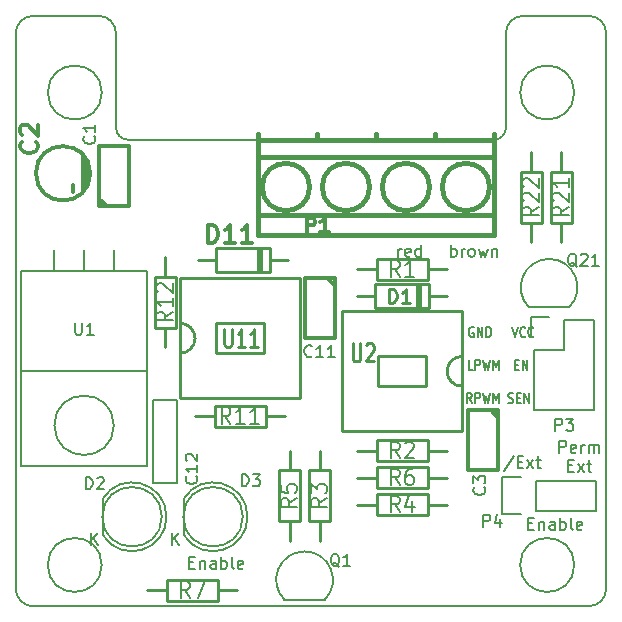
<source format=gto>
G04 #@! TF.FileFunction,Legend,Top*
%FSLAX46Y46*%
G04 Gerber Fmt 4.6, Leading zero omitted, Abs format (unit mm)*
G04 Created by KiCad (PCBNEW 4.0.2+dfsg1-stable) date Di 24 Jul 2018 16:47:43 CEST*
%MOMM*%
G01*
G04 APERTURE LIST*
%ADD10C,0.100000*%
%ADD11C,0.150000*%
%ADD12C,0.200000*%
%ADD13C,0.254000*%
%ADD14C,0.381000*%
%ADD15C,0.304800*%
%ADD16C,0.300000*%
%ADD17C,0.285750*%
%ADD18C,0.287020*%
%ADD19C,0.203200*%
%ADD20C,0.250000*%
G04 APERTURE END LIST*
D10*
D11*
X159223334Y-120207000D02*
X159156668Y-120164619D01*
X159056668Y-120164619D01*
X158956668Y-120207000D01*
X158890001Y-120291762D01*
X158856668Y-120376524D01*
X158823334Y-120546048D01*
X158823334Y-120673190D01*
X158856668Y-120842714D01*
X158890001Y-120927476D01*
X158956668Y-121012238D01*
X159056668Y-121054619D01*
X159123334Y-121054619D01*
X159223334Y-121012238D01*
X159256668Y-120969857D01*
X159256668Y-120673190D01*
X159123334Y-120673190D01*
X159556668Y-121054619D02*
X159556668Y-120164619D01*
X159956668Y-121054619D01*
X159956668Y-120164619D01*
X160290001Y-121054619D02*
X160290001Y-120164619D01*
X160456667Y-120164619D01*
X160556667Y-120207000D01*
X160623334Y-120291762D01*
X160656667Y-120376524D01*
X160690001Y-120546048D01*
X160690001Y-120673190D01*
X160656667Y-120842714D01*
X160623334Y-120927476D01*
X160556667Y-121012238D01*
X160456667Y-121054619D01*
X160290001Y-121054619D01*
X162490000Y-120164619D02*
X162723333Y-121054619D01*
X162956666Y-120164619D01*
X163590000Y-120969857D02*
X163556666Y-121012238D01*
X163456666Y-121054619D01*
X163390000Y-121054619D01*
X163290000Y-121012238D01*
X163223333Y-120927476D01*
X163190000Y-120842714D01*
X163156666Y-120673190D01*
X163156666Y-120546048D01*
X163190000Y-120376524D01*
X163223333Y-120291762D01*
X163290000Y-120207000D01*
X163390000Y-120164619D01*
X163456666Y-120164619D01*
X163556666Y-120207000D01*
X163590000Y-120249381D01*
X164290000Y-120969857D02*
X164256666Y-121012238D01*
X164156666Y-121054619D01*
X164090000Y-121054619D01*
X163990000Y-121012238D01*
X163923333Y-120927476D01*
X163890000Y-120842714D01*
X163856666Y-120673190D01*
X163856666Y-120546048D01*
X163890000Y-120376524D01*
X163923333Y-120291762D01*
X163990000Y-120207000D01*
X164090000Y-120164619D01*
X164156666Y-120164619D01*
X164256666Y-120207000D01*
X164290000Y-120249381D01*
X159140001Y-123846619D02*
X158806668Y-123846619D01*
X158806668Y-122956619D01*
X159373335Y-123846619D02*
X159373335Y-122956619D01*
X159640001Y-122956619D01*
X159706668Y-122999000D01*
X159740001Y-123041381D01*
X159773335Y-123126143D01*
X159773335Y-123253286D01*
X159740001Y-123338048D01*
X159706668Y-123380429D01*
X159640001Y-123422810D01*
X159373335Y-123422810D01*
X160006668Y-122956619D02*
X160173335Y-123846619D01*
X160306668Y-123210905D01*
X160440001Y-123846619D01*
X160606668Y-122956619D01*
X160873335Y-123846619D02*
X160873335Y-122956619D01*
X161106668Y-123592333D01*
X161340001Y-122956619D01*
X161340001Y-123846619D01*
X162740001Y-123380429D02*
X162973334Y-123380429D01*
X163073334Y-123846619D02*
X162740001Y-123846619D01*
X162740001Y-122956619D01*
X163073334Y-122956619D01*
X163373334Y-123846619D02*
X163373334Y-122956619D01*
X163773334Y-123846619D01*
X163773334Y-122956619D01*
X159073334Y-126638619D02*
X158840000Y-126214810D01*
X158673334Y-126638619D02*
X158673334Y-125748619D01*
X158940000Y-125748619D01*
X159006667Y-125791000D01*
X159040000Y-125833381D01*
X159073334Y-125918143D01*
X159073334Y-126045286D01*
X159040000Y-126130048D01*
X159006667Y-126172429D01*
X158940000Y-126214810D01*
X158673334Y-126214810D01*
X159373334Y-126638619D02*
X159373334Y-125748619D01*
X159640000Y-125748619D01*
X159706667Y-125791000D01*
X159740000Y-125833381D01*
X159773334Y-125918143D01*
X159773334Y-126045286D01*
X159740000Y-126130048D01*
X159706667Y-126172429D01*
X159640000Y-126214810D01*
X159373334Y-126214810D01*
X160006667Y-125748619D02*
X160173334Y-126638619D01*
X160306667Y-126002905D01*
X160440000Y-126638619D01*
X160606667Y-125748619D01*
X160873334Y-126638619D02*
X160873334Y-125748619D01*
X161106667Y-126384333D01*
X161340000Y-125748619D01*
X161340000Y-126638619D01*
X162173333Y-126596238D02*
X162273333Y-126638619D01*
X162440000Y-126638619D01*
X162506667Y-126596238D01*
X162540000Y-126553857D01*
X162573333Y-126469095D01*
X162573333Y-126384333D01*
X162540000Y-126299571D01*
X162506667Y-126257190D01*
X162440000Y-126214810D01*
X162306667Y-126172429D01*
X162240000Y-126130048D01*
X162206667Y-126087667D01*
X162173333Y-126002905D01*
X162173333Y-125918143D01*
X162206667Y-125833381D01*
X162240000Y-125791000D01*
X162306667Y-125748619D01*
X162473333Y-125748619D01*
X162573333Y-125791000D01*
X162873334Y-126172429D02*
X163106667Y-126172429D01*
X163206667Y-126638619D02*
X162873334Y-126638619D01*
X162873334Y-125748619D01*
X163206667Y-125748619D01*
X163506667Y-126638619D02*
X163506667Y-125748619D01*
X163906667Y-126638619D01*
X163906667Y-125748619D01*
D12*
X135152095Y-140136571D02*
X135485429Y-140136571D01*
X135628286Y-140660381D02*
X135152095Y-140660381D01*
X135152095Y-139660381D01*
X135628286Y-139660381D01*
X136056857Y-139993714D02*
X136056857Y-140660381D01*
X136056857Y-140088952D02*
X136104476Y-140041333D01*
X136199714Y-139993714D01*
X136342572Y-139993714D01*
X136437810Y-140041333D01*
X136485429Y-140136571D01*
X136485429Y-140660381D01*
X137390191Y-140660381D02*
X137390191Y-140136571D01*
X137342572Y-140041333D01*
X137247334Y-139993714D01*
X137056857Y-139993714D01*
X136961619Y-140041333D01*
X137390191Y-140612762D02*
X137294953Y-140660381D01*
X137056857Y-140660381D01*
X136961619Y-140612762D01*
X136914000Y-140517524D01*
X136914000Y-140422286D01*
X136961619Y-140327048D01*
X137056857Y-140279429D01*
X137294953Y-140279429D01*
X137390191Y-140231810D01*
X137866381Y-140660381D02*
X137866381Y-139660381D01*
X137866381Y-140041333D02*
X137961619Y-139993714D01*
X138152096Y-139993714D01*
X138247334Y-140041333D01*
X138294953Y-140088952D01*
X138342572Y-140184190D01*
X138342572Y-140469905D01*
X138294953Y-140565143D01*
X138247334Y-140612762D01*
X138152096Y-140660381D01*
X137961619Y-140660381D01*
X137866381Y-140612762D01*
X138914000Y-140660381D02*
X138818762Y-140612762D01*
X138771143Y-140517524D01*
X138771143Y-139660381D01*
X139675906Y-140612762D02*
X139580668Y-140660381D01*
X139390191Y-140660381D01*
X139294953Y-140612762D01*
X139247334Y-140517524D01*
X139247334Y-140136571D01*
X139294953Y-140041333D01*
X139390191Y-139993714D01*
X139580668Y-139993714D01*
X139675906Y-140041333D01*
X139723525Y-140136571D01*
X139723525Y-140231810D01*
X139247334Y-140327048D01*
X157305619Y-114244381D02*
X157305619Y-113244381D01*
X157305619Y-113625333D02*
X157400857Y-113577714D01*
X157591334Y-113577714D01*
X157686572Y-113625333D01*
X157734191Y-113672952D01*
X157781810Y-113768190D01*
X157781810Y-114053905D01*
X157734191Y-114149143D01*
X157686572Y-114196762D01*
X157591334Y-114244381D01*
X157400857Y-114244381D01*
X157305619Y-114196762D01*
X158210381Y-114244381D02*
X158210381Y-113577714D01*
X158210381Y-113768190D02*
X158258000Y-113672952D01*
X158305619Y-113625333D01*
X158400857Y-113577714D01*
X158496096Y-113577714D01*
X158972286Y-114244381D02*
X158877048Y-114196762D01*
X158829429Y-114149143D01*
X158781810Y-114053905D01*
X158781810Y-113768190D01*
X158829429Y-113672952D01*
X158877048Y-113625333D01*
X158972286Y-113577714D01*
X159115144Y-113577714D01*
X159210382Y-113625333D01*
X159258001Y-113672952D01*
X159305620Y-113768190D01*
X159305620Y-114053905D01*
X159258001Y-114149143D01*
X159210382Y-114196762D01*
X159115144Y-114244381D01*
X158972286Y-114244381D01*
X159638953Y-113577714D02*
X159829429Y-114244381D01*
X160019906Y-113768190D01*
X160210382Y-114244381D01*
X160400858Y-113577714D01*
X160781810Y-113577714D02*
X160781810Y-114244381D01*
X160781810Y-113672952D02*
X160829429Y-113625333D01*
X160924667Y-113577714D01*
X161067525Y-113577714D01*
X161162763Y-113625333D01*
X161210382Y-113720571D01*
X161210382Y-114244381D01*
X162607714Y-131103762D02*
X161750571Y-132389476D01*
X162941047Y-131627571D02*
X163274381Y-131627571D01*
X163417238Y-132151381D02*
X162941047Y-132151381D01*
X162941047Y-131151381D01*
X163417238Y-131151381D01*
X163750571Y-132151381D02*
X164274381Y-131484714D01*
X163750571Y-131484714D02*
X164274381Y-132151381D01*
X164512476Y-131484714D02*
X164893428Y-131484714D01*
X164655333Y-131151381D02*
X164655333Y-132008524D01*
X164702952Y-132103762D01*
X164798190Y-132151381D01*
X164893428Y-132151381D01*
X166481333Y-130843381D02*
X166481333Y-129843381D01*
X166862286Y-129843381D01*
X166957524Y-129891000D01*
X167005143Y-129938619D01*
X167052762Y-130033857D01*
X167052762Y-130176714D01*
X167005143Y-130271952D01*
X166957524Y-130319571D01*
X166862286Y-130367190D01*
X166481333Y-130367190D01*
X167862286Y-130795762D02*
X167767048Y-130843381D01*
X167576571Y-130843381D01*
X167481333Y-130795762D01*
X167433714Y-130700524D01*
X167433714Y-130319571D01*
X167481333Y-130224333D01*
X167576571Y-130176714D01*
X167767048Y-130176714D01*
X167862286Y-130224333D01*
X167909905Y-130319571D01*
X167909905Y-130414810D01*
X167433714Y-130510048D01*
X168338476Y-130843381D02*
X168338476Y-130176714D01*
X168338476Y-130367190D02*
X168386095Y-130271952D01*
X168433714Y-130224333D01*
X168528952Y-130176714D01*
X168624191Y-130176714D01*
X168957524Y-130843381D02*
X168957524Y-130176714D01*
X168957524Y-130271952D02*
X169005143Y-130224333D01*
X169100381Y-130176714D01*
X169243239Y-130176714D01*
X169338477Y-130224333D01*
X169386096Y-130319571D01*
X169386096Y-130843381D01*
X169386096Y-130319571D02*
X169433715Y-130224333D01*
X169528953Y-130176714D01*
X169671810Y-130176714D01*
X169767048Y-130224333D01*
X169814667Y-130319571D01*
X169814667Y-130843381D01*
X167243238Y-131919571D02*
X167576572Y-131919571D01*
X167719429Y-132443381D02*
X167243238Y-132443381D01*
X167243238Y-131443381D01*
X167719429Y-131443381D01*
X168052762Y-132443381D02*
X168576572Y-131776714D01*
X168052762Y-131776714D02*
X168576572Y-132443381D01*
X168814667Y-131776714D02*
X169195619Y-131776714D01*
X168957524Y-131443381D02*
X168957524Y-132300524D01*
X169005143Y-132395762D01*
X169100381Y-132443381D01*
X169195619Y-132443381D01*
X163854095Y-136834571D02*
X164187429Y-136834571D01*
X164330286Y-137358381D02*
X163854095Y-137358381D01*
X163854095Y-136358381D01*
X164330286Y-136358381D01*
X164758857Y-136691714D02*
X164758857Y-137358381D01*
X164758857Y-136786952D02*
X164806476Y-136739333D01*
X164901714Y-136691714D01*
X165044572Y-136691714D01*
X165139810Y-136739333D01*
X165187429Y-136834571D01*
X165187429Y-137358381D01*
X166092191Y-137358381D02*
X166092191Y-136834571D01*
X166044572Y-136739333D01*
X165949334Y-136691714D01*
X165758857Y-136691714D01*
X165663619Y-136739333D01*
X166092191Y-137310762D02*
X165996953Y-137358381D01*
X165758857Y-137358381D01*
X165663619Y-137310762D01*
X165616000Y-137215524D01*
X165616000Y-137120286D01*
X165663619Y-137025048D01*
X165758857Y-136977429D01*
X165996953Y-136977429D01*
X166092191Y-136929810D01*
X166568381Y-137358381D02*
X166568381Y-136358381D01*
X166568381Y-136739333D02*
X166663619Y-136691714D01*
X166854096Y-136691714D01*
X166949334Y-136739333D01*
X166996953Y-136786952D01*
X167044572Y-136882190D01*
X167044572Y-137167905D01*
X166996953Y-137263143D01*
X166949334Y-137310762D01*
X166854096Y-137358381D01*
X166663619Y-137358381D01*
X166568381Y-137310762D01*
X167616000Y-137358381D02*
X167520762Y-137310762D01*
X167473143Y-137215524D01*
X167473143Y-136358381D01*
X168377906Y-137310762D02*
X168282668Y-137358381D01*
X168092191Y-137358381D01*
X167996953Y-137310762D01*
X167949334Y-137215524D01*
X167949334Y-136834571D01*
X167996953Y-136739333D01*
X168092191Y-136691714D01*
X168282668Y-136691714D01*
X168377906Y-136739333D01*
X168425525Y-136834571D01*
X168425525Y-136929810D01*
X167949334Y-137025048D01*
X152844619Y-114244381D02*
X152844619Y-113577714D01*
X152844619Y-113768190D02*
X152892238Y-113672952D01*
X152939857Y-113625333D01*
X153035095Y-113577714D01*
X153130334Y-113577714D01*
X153844620Y-114196762D02*
X153749382Y-114244381D01*
X153558905Y-114244381D01*
X153463667Y-114196762D01*
X153416048Y-114101524D01*
X153416048Y-113720571D01*
X153463667Y-113625333D01*
X153558905Y-113577714D01*
X153749382Y-113577714D01*
X153844620Y-113625333D01*
X153892239Y-113720571D01*
X153892239Y-113815810D01*
X153416048Y-113911048D01*
X154749382Y-114244381D02*
X154749382Y-113244381D01*
X154749382Y-114196762D02*
X154654144Y-114244381D01*
X154463667Y-114244381D01*
X154368429Y-114196762D01*
X154320810Y-114149143D01*
X154273191Y-114053905D01*
X154273191Y-113768190D01*
X154320810Y-113672952D01*
X154368429Y-113625333D01*
X154463667Y-113577714D01*
X154654144Y-113577714D01*
X154749382Y-113625333D01*
D11*
X161950000Y-95350000D02*
X161950000Y-103350000D01*
X168950000Y-93850000D02*
X163450000Y-93850000D01*
X127450000Y-93850000D02*
X121950000Y-93850000D01*
X128950000Y-103350000D02*
X128950000Y-95350000D01*
X160950000Y-104350000D02*
X129950000Y-104350000D01*
X160950000Y-104350000D02*
G75*
G03X161950000Y-103350000I0J1000000D01*
G01*
X128950000Y-103350000D02*
G75*
G03X129950000Y-104350000I1000000J0D01*
G01*
X128950000Y-95350000D02*
G75*
G03X127450000Y-93850000I-1500000J0D01*
G01*
X163450000Y-93850000D02*
G75*
G03X161950000Y-95350000I0J-1500000D01*
G01*
X120450000Y-95350000D02*
X120450000Y-142350000D01*
X170450000Y-142350000D02*
X170450000Y-95350000D01*
X120450000Y-142350000D02*
G75*
G03X121950000Y-143850000I1500000J0D01*
G01*
X168950000Y-143850000D02*
G75*
G03X170450000Y-142350000I0J1500000D01*
G01*
X121950000Y-93850000D02*
G75*
G03X120450000Y-95350000I0J-1500000D01*
G01*
X170450000Y-95350000D02*
G75*
G03X168950000Y-93850000I-1500000J0D01*
G01*
X168950000Y-143850000D02*
X121950000Y-143850000D01*
D13*
X151130000Y-122682000D02*
X155194000Y-122682000D01*
X155194000Y-125222000D02*
X151130000Y-125222000D01*
X148082000Y-118872000D02*
X158242000Y-118872000D01*
X148082000Y-129032000D02*
X158242000Y-129032000D01*
X156972000Y-123952000D02*
G75*
G03X158242000Y-125222000I1270000J0D01*
G01*
X158242000Y-122682000D02*
G75*
G03X156972000Y-123952000I0J-1270000D01*
G01*
X155194000Y-125222000D02*
X155194000Y-122682000D01*
X151130000Y-122682000D02*
X151130000Y-125222000D01*
X148082000Y-129032000D02*
X148082000Y-118872000D01*
X158242000Y-118872000D02*
X158242000Y-129032000D01*
D14*
X145950000Y-104350000D02*
X145950000Y-103850000D01*
X145330000Y-108350000D02*
G75*
G03X145330000Y-108350000I-2000000J0D01*
G01*
X150410000Y-108350000D02*
G75*
G03X150410000Y-108350000I-2000000J0D01*
G01*
X150950000Y-104350000D02*
X150950000Y-103850000D01*
X155950000Y-104350000D02*
X155950000Y-103850000D01*
X155490000Y-108350000D02*
G75*
G03X155490000Y-108350000I-2000000J0D01*
G01*
X160570000Y-108350000D02*
G75*
G03X160570000Y-108350000I-2000000J0D01*
G01*
X160950000Y-105850000D02*
X140950000Y-105850000D01*
X160950000Y-110750000D02*
X140950000Y-110750000D01*
X160950000Y-104350000D02*
X140950000Y-104350000D01*
X140950000Y-103850000D02*
X140950000Y-112450000D01*
X140950000Y-112450000D02*
X160950000Y-112450000D01*
X160950000Y-112450000D02*
X160950000Y-103850000D01*
D11*
X127736000Y-140350000D02*
G75*
G03X127736000Y-140350000I-2286000J0D01*
G01*
X167736000Y-140350000D02*
G75*
G03X167736000Y-140350000I-2286000J0D01*
G01*
X127736000Y-100350000D02*
G75*
G03X127736000Y-100350000I-2286000J0D01*
G01*
X167736000Y-100350000D02*
G75*
G03X167736000Y-100350000I-2286000J0D01*
G01*
D15*
X127508000Y-109931200D02*
X127508000Y-104902000D01*
X127508000Y-104902000D02*
X130048000Y-104902000D01*
X130048000Y-104902000D02*
X130048000Y-109982000D01*
X130048000Y-109982000D02*
X127508000Y-109982000D01*
X128143000Y-109982000D02*
X127508000Y-109347000D01*
X161290000Y-127304800D02*
X161290000Y-132334000D01*
X161290000Y-132334000D02*
X158750000Y-132334000D01*
X158750000Y-132334000D02*
X158750000Y-127254000D01*
X158750000Y-127254000D02*
X161290000Y-127254000D01*
X160655000Y-127254000D02*
X161290000Y-127889000D01*
X126560000Y-106488000D02*
X126560000Y-107888000D01*
X126360000Y-105988000D02*
X126360000Y-108388000D01*
X126160000Y-105688000D02*
X126160000Y-108688000D01*
D16*
X125260000Y-108188000D02*
X125260000Y-108788000D01*
D15*
X126760000Y-107188000D02*
G75*
G03X126760000Y-107188000I-2300000J0D01*
G01*
D13*
X154686000Y-118618000D02*
X154686000Y-116586000D01*
X154432000Y-116586000D02*
X154432000Y-118618000D01*
X156972000Y-117602000D02*
X155448000Y-117602000D01*
X150876000Y-117602000D02*
X149352000Y-117602000D01*
X150876000Y-116586000D02*
X155448000Y-116586000D01*
X155448000Y-116586000D02*
X155448000Y-118618000D01*
X155448000Y-118618000D02*
X150876000Y-118618000D01*
X150876000Y-118618000D02*
X150876000Y-116586000D01*
D11*
X164338000Y-122174000D02*
X164338000Y-127254000D01*
X164058000Y-119354000D02*
X165608000Y-119354000D01*
X166878000Y-119634000D02*
X166878000Y-122174000D01*
X166878000Y-122174000D02*
X164338000Y-122174000D01*
X164338000Y-127254000D02*
X169418000Y-127254000D01*
X169418000Y-127254000D02*
X169418000Y-122174000D01*
X164058000Y-119354000D02*
X164058000Y-120904000D01*
X169418000Y-119634000D02*
X166878000Y-119634000D01*
X169418000Y-122174000D02*
X169418000Y-119634000D01*
X164465000Y-135763000D02*
X169545000Y-135763000D01*
X169545000Y-135763000D02*
X169545000Y-133223000D01*
X169545000Y-133223000D02*
X164465000Y-133223000D01*
X161645000Y-132943000D02*
X163195000Y-132943000D01*
X164465000Y-133223000D02*
X164465000Y-135763000D01*
X163195000Y-136043000D02*
X161645000Y-136043000D01*
X161645000Y-136043000D02*
X161645000Y-132943000D01*
X143207000Y-143305000D02*
X146607000Y-143305000D01*
X143209944Y-143302056D02*
G75*
G02X144907000Y-139205000I1697056J1697056D01*
G01*
X146604056Y-143302056D02*
G75*
G03X144907000Y-139205000I-1697056J1697056D01*
G01*
D13*
X146177000Y-132334000D02*
X146177000Y-130683000D01*
X146177000Y-136652000D02*
X146177000Y-138303000D01*
X145288000Y-136652000D02*
X147066000Y-136652000D01*
X147066000Y-136652000D02*
X147066000Y-132334000D01*
X147066000Y-132334000D02*
X145288000Y-132334000D01*
X145288000Y-132334000D02*
X145288000Y-136652000D01*
X151003000Y-135255000D02*
X149352000Y-135255000D01*
X155321000Y-135255000D02*
X156972000Y-135255000D01*
X155321000Y-136144000D02*
X155321000Y-134366000D01*
X155321000Y-134366000D02*
X151003000Y-134366000D01*
X151003000Y-134366000D02*
X151003000Y-136144000D01*
X151003000Y-136144000D02*
X155321000Y-136144000D01*
X151003000Y-130683000D02*
X149352000Y-130683000D01*
X155321000Y-130683000D02*
X156972000Y-130683000D01*
X155321000Y-131572000D02*
X155321000Y-129794000D01*
X155321000Y-129794000D02*
X151003000Y-129794000D01*
X151003000Y-129794000D02*
X151003000Y-131572000D01*
X151003000Y-131572000D02*
X155321000Y-131572000D01*
X151003000Y-132969000D02*
X149352000Y-132969000D01*
X155321000Y-132969000D02*
X156972000Y-132969000D01*
X155321000Y-133858000D02*
X155321000Y-132080000D01*
X155321000Y-132080000D02*
X151003000Y-132080000D01*
X151003000Y-132080000D02*
X151003000Y-133858000D01*
X151003000Y-133858000D02*
X155321000Y-133858000D01*
D11*
X128752472Y-128524000D02*
G75*
G03X128752472Y-128524000I-2514472J0D01*
G01*
X128778000Y-115443000D02*
X128778000Y-113665000D01*
X126238000Y-115443000D02*
X126238000Y-113665000D01*
X123698000Y-115443000D02*
X123698000Y-113665000D01*
X120904000Y-123952000D02*
X120904000Y-131953000D01*
X120904000Y-131953000D02*
X131572000Y-131953000D01*
X131572000Y-131953000D02*
X131572000Y-123952000D01*
X120904000Y-115443000D02*
X120904000Y-123952000D01*
X120904000Y-123952000D02*
X131572000Y-123952000D01*
X131572000Y-123952000D02*
X131572000Y-115443000D01*
X126238000Y-115443000D02*
X131572000Y-115443000D01*
X126238000Y-115443000D02*
X120904000Y-115443000D01*
X127817112Y-137795904D02*
G75*
G03X127802000Y-134771000I2484888J1524904D01*
G01*
X127802000Y-137771000D02*
X127802000Y-134771000D01*
X132819936Y-136271000D02*
G75*
G03X132819936Y-136271000I-2517936J0D01*
G01*
D13*
X137541000Y-142494000D02*
X139192000Y-142494000D01*
X133223000Y-142494000D02*
X131572000Y-142494000D01*
X133223000Y-141605000D02*
X133223000Y-143383000D01*
X133223000Y-143383000D02*
X137541000Y-143383000D01*
X137541000Y-143383000D02*
X137541000Y-141605000D01*
X137541000Y-141605000D02*
X133223000Y-141605000D01*
X151003000Y-115316000D02*
X149352000Y-115316000D01*
X155321000Y-115316000D02*
X156972000Y-115316000D01*
X155321000Y-116205000D02*
X155321000Y-114427000D01*
X155321000Y-114427000D02*
X151003000Y-114427000D01*
X151003000Y-114427000D02*
X151003000Y-116205000D01*
X151003000Y-116205000D02*
X155321000Y-116205000D01*
D15*
X147447000Y-116128800D02*
X147447000Y-121158000D01*
X147447000Y-121158000D02*
X144907000Y-121158000D01*
X144907000Y-121158000D02*
X144907000Y-116078000D01*
X144907000Y-116078000D02*
X147447000Y-116078000D01*
X146812000Y-116078000D02*
X147447000Y-116713000D01*
D13*
X133096000Y-115951000D02*
X133096000Y-114300000D01*
X133096000Y-120269000D02*
X133096000Y-121920000D01*
X132207000Y-120269000D02*
X133985000Y-120269000D01*
X133985000Y-120269000D02*
X133985000Y-115951000D01*
X133985000Y-115951000D02*
X132207000Y-115951000D01*
X132207000Y-115951000D02*
X132207000Y-120269000D01*
D11*
X134675112Y-137795904D02*
G75*
G03X134660000Y-134771000I2484888J1524904D01*
G01*
X134660000Y-137771000D02*
X134660000Y-134771000D01*
X139677936Y-136271000D02*
G75*
G03X139677936Y-136271000I-2517936J0D01*
G01*
D13*
X141224000Y-115570000D02*
X141224000Y-113538000D01*
X140970000Y-113538000D02*
X140970000Y-115570000D01*
X143510000Y-114554000D02*
X141986000Y-114554000D01*
X137414000Y-114554000D02*
X135890000Y-114554000D01*
X137414000Y-113538000D02*
X141986000Y-113538000D01*
X141986000Y-113538000D02*
X141986000Y-115570000D01*
X141986000Y-115570000D02*
X137414000Y-115570000D01*
X137414000Y-115570000D02*
X137414000Y-113538000D01*
X137287000Y-127762000D02*
X135636000Y-127762000D01*
X141605000Y-127762000D02*
X143256000Y-127762000D01*
X141605000Y-128651000D02*
X141605000Y-126873000D01*
X141605000Y-126873000D02*
X137287000Y-126873000D01*
X137287000Y-126873000D02*
X137287000Y-128651000D01*
X137287000Y-128651000D02*
X141605000Y-128651000D01*
X141478000Y-122428000D02*
X137414000Y-122428000D01*
X137414000Y-119888000D02*
X141478000Y-119888000D01*
X144526000Y-126238000D02*
X134366000Y-126238000D01*
X144526000Y-116078000D02*
X134366000Y-116078000D01*
X135636000Y-121158000D02*
G75*
G03X134366000Y-119888000I-1270000J0D01*
G01*
X134366000Y-122428000D02*
G75*
G03X135636000Y-121158000I0J1270000D01*
G01*
X137414000Y-119888000D02*
X137414000Y-122428000D01*
X141478000Y-122428000D02*
X141478000Y-119888000D01*
X144526000Y-116078000D02*
X144526000Y-126238000D01*
X134366000Y-126238000D02*
X134366000Y-116078000D01*
D11*
X134096000Y-126381000D02*
X134096000Y-133381000D01*
X134096000Y-133381000D02*
X132096000Y-133381000D01*
X132096000Y-133381000D02*
X132096000Y-126381000D01*
X132096000Y-126381000D02*
X134096000Y-126381000D01*
X163908000Y-118540000D02*
X167308000Y-118540000D01*
X163910944Y-118537056D02*
G75*
G02X165608000Y-114440000I1697056J1697056D01*
G01*
X167305056Y-118537056D02*
G75*
G03X165608000Y-114440000I-1697056J1697056D01*
G01*
D13*
X166624000Y-107061000D02*
X166624000Y-105410000D01*
X166624000Y-111379000D02*
X166624000Y-113030000D01*
X165735000Y-111379000D02*
X167513000Y-111379000D01*
X167513000Y-111379000D02*
X167513000Y-107061000D01*
X167513000Y-107061000D02*
X165735000Y-107061000D01*
X165735000Y-107061000D02*
X165735000Y-111379000D01*
X164084000Y-111379000D02*
X164084000Y-113030000D01*
X164084000Y-107061000D02*
X164084000Y-105410000D01*
X164973000Y-107061000D02*
X163195000Y-107061000D01*
X163195000Y-107061000D02*
X163195000Y-111379000D01*
X163195000Y-111379000D02*
X164973000Y-111379000D01*
X164973000Y-111379000D02*
X164973000Y-107061000D01*
X143637000Y-136652000D02*
X143637000Y-138303000D01*
X143637000Y-132334000D02*
X143637000Y-130683000D01*
X144526000Y-132334000D02*
X142748000Y-132334000D01*
X142748000Y-132334000D02*
X142748000Y-136652000D01*
X142748000Y-136652000D02*
X144526000Y-136652000D01*
X144526000Y-136652000D02*
X144526000Y-132334000D01*
D17*
X148989143Y-121593429D02*
X148989143Y-122827143D01*
X149043571Y-122972286D01*
X149098000Y-123044857D01*
X149206857Y-123117429D01*
X149424571Y-123117429D01*
X149533429Y-123044857D01*
X149587857Y-122972286D01*
X149642286Y-122827143D01*
X149642286Y-121593429D01*
X150132143Y-121738571D02*
X150186572Y-121666000D01*
X150295429Y-121593429D01*
X150567572Y-121593429D01*
X150676429Y-121666000D01*
X150730858Y-121738571D01*
X150785286Y-121883714D01*
X150785286Y-122028857D01*
X150730858Y-122246571D01*
X150077715Y-123117429D01*
X150785286Y-123117429D01*
D18*
D16*
X145111286Y-112167857D02*
X145111286Y-110967857D01*
X145568429Y-110967857D01*
X145682715Y-111025000D01*
X145739858Y-111082143D01*
X145797001Y-111196429D01*
X145797001Y-111367857D01*
X145739858Y-111482143D01*
X145682715Y-111539286D01*
X145568429Y-111596429D01*
X145111286Y-111596429D01*
X146939858Y-112167857D02*
X146254143Y-112167857D01*
X146597001Y-112167857D02*
X146597001Y-110967857D01*
X146482715Y-111139286D01*
X146368429Y-111253571D01*
X146254143Y-111310714D01*
D19*
X127108857Y-104055333D02*
X127157238Y-104103714D01*
X127205619Y-104248857D01*
X127205619Y-104345619D01*
X127157238Y-104490761D01*
X127060476Y-104587523D01*
X126963714Y-104635904D01*
X126770190Y-104684285D01*
X126625048Y-104684285D01*
X126431524Y-104635904D01*
X126334762Y-104587523D01*
X126238000Y-104490761D01*
X126189619Y-104345619D01*
X126189619Y-104248857D01*
X126238000Y-104103714D01*
X126286381Y-104055333D01*
X127205619Y-103087714D02*
X127205619Y-103668285D01*
X127205619Y-103377999D02*
X126189619Y-103377999D01*
X126334762Y-103474761D01*
X126431524Y-103571523D01*
X126479905Y-103668285D01*
X160128857Y-133773333D02*
X160177238Y-133821714D01*
X160225619Y-133966857D01*
X160225619Y-134063619D01*
X160177238Y-134208761D01*
X160080476Y-134305523D01*
X159983714Y-134353904D01*
X159790190Y-134402285D01*
X159645048Y-134402285D01*
X159451524Y-134353904D01*
X159354762Y-134305523D01*
X159258000Y-134208761D01*
X159209619Y-134063619D01*
X159209619Y-133966857D01*
X159258000Y-133821714D01*
X159306381Y-133773333D01*
X159209619Y-133434666D02*
X159209619Y-132805714D01*
X159596667Y-133144380D01*
X159596667Y-132999238D01*
X159645048Y-132902476D01*
X159693429Y-132854095D01*
X159790190Y-132805714D01*
X160032095Y-132805714D01*
X160128857Y-132854095D01*
X160177238Y-132902476D01*
X160225619Y-132999238D01*
X160225619Y-133289523D01*
X160177238Y-133386285D01*
X160128857Y-133434666D01*
D15*
X122210286Y-104521000D02*
X122282857Y-104593571D01*
X122355429Y-104811285D01*
X122355429Y-104956428D01*
X122282857Y-105174143D01*
X122137714Y-105319285D01*
X121992571Y-105391857D01*
X121702286Y-105464428D01*
X121484571Y-105464428D01*
X121194286Y-105391857D01*
X121049143Y-105319285D01*
X120904000Y-105174143D01*
X120831429Y-104956428D01*
X120831429Y-104811285D01*
X120904000Y-104593571D01*
X120976571Y-104521000D01*
X120976571Y-103940428D02*
X120904000Y-103867857D01*
X120831429Y-103722714D01*
X120831429Y-103359857D01*
X120904000Y-103214714D01*
X120976571Y-103142143D01*
X121121714Y-103069571D01*
X121266857Y-103069571D01*
X121484571Y-103142143D01*
X122355429Y-104013000D01*
X122355429Y-103069571D01*
D20*
X152022286Y-118144857D02*
X152022286Y-116944857D01*
X152308001Y-116944857D01*
X152479429Y-117002000D01*
X152593715Y-117116286D01*
X152650858Y-117230571D01*
X152708001Y-117459143D01*
X152708001Y-117630571D01*
X152650858Y-117859143D01*
X152593715Y-117973429D01*
X152479429Y-118087714D01*
X152308001Y-118144857D01*
X152022286Y-118144857D01*
X153850858Y-118144857D02*
X153165143Y-118144857D01*
X153508001Y-118144857D02*
X153508001Y-116944857D01*
X153393715Y-117116286D01*
X153279429Y-117230571D01*
X153165143Y-117287714D01*
D11*
X166139905Y-128976381D02*
X166139905Y-127976381D01*
X166520858Y-127976381D01*
X166616096Y-128024000D01*
X166663715Y-128071619D01*
X166711334Y-128166857D01*
X166711334Y-128309714D01*
X166663715Y-128404952D01*
X166616096Y-128452571D01*
X166520858Y-128500190D01*
X166139905Y-128500190D01*
X167044667Y-127976381D02*
X167663715Y-127976381D01*
X167330381Y-128357333D01*
X167473239Y-128357333D01*
X167568477Y-128404952D01*
X167616096Y-128452571D01*
X167663715Y-128547810D01*
X167663715Y-128785905D01*
X167616096Y-128881143D01*
X167568477Y-128928762D01*
X167473239Y-128976381D01*
X167187524Y-128976381D01*
X167092286Y-128928762D01*
X167044667Y-128881143D01*
X160043905Y-137104381D02*
X160043905Y-136104381D01*
X160424858Y-136104381D01*
X160520096Y-136152000D01*
X160567715Y-136199619D01*
X160615334Y-136294857D01*
X160615334Y-136437714D01*
X160567715Y-136532952D01*
X160520096Y-136580571D01*
X160424858Y-136628190D01*
X160043905Y-136628190D01*
X161472477Y-136437714D02*
X161472477Y-137104381D01*
X161234381Y-136056762D02*
X160996286Y-136771048D01*
X161615334Y-136771048D01*
X147859762Y-140501619D02*
X147764524Y-140454000D01*
X147669286Y-140358762D01*
X147526429Y-140215905D01*
X147431190Y-140168286D01*
X147335952Y-140168286D01*
X147383571Y-140406381D02*
X147288333Y-140358762D01*
X147193095Y-140263524D01*
X147145476Y-140073048D01*
X147145476Y-139739714D01*
X147193095Y-139549238D01*
X147288333Y-139454000D01*
X147383571Y-139406381D01*
X147574048Y-139406381D01*
X147669286Y-139454000D01*
X147764524Y-139549238D01*
X147812143Y-139739714D01*
X147812143Y-140073048D01*
X147764524Y-140263524D01*
X147669286Y-140358762D01*
X147574048Y-140406381D01*
X147383571Y-140406381D01*
X148764524Y-140406381D02*
X148193095Y-140406381D01*
X148478809Y-140406381D02*
X148478809Y-139406381D01*
X148383571Y-139549238D01*
X148288333Y-139644476D01*
X148193095Y-139692095D01*
D19*
X146808976Y-134704667D02*
X146143738Y-135128000D01*
X146808976Y-135430381D02*
X145411976Y-135430381D01*
X145411976Y-134946572D01*
X145478500Y-134825619D01*
X145545024Y-134765143D01*
X145678071Y-134704667D01*
X145877643Y-134704667D01*
X146010690Y-134765143D01*
X146077214Y-134825619D01*
X146143738Y-134946572D01*
X146143738Y-135430381D01*
X145411976Y-134281333D02*
X145411976Y-133495143D01*
X145944167Y-133918476D01*
X145944167Y-133737048D01*
X146010690Y-133616095D01*
X146077214Y-133555619D01*
X146210262Y-133495143D01*
X146542881Y-133495143D01*
X146675929Y-133555619D01*
X146742452Y-133616095D01*
X146808976Y-133737048D01*
X146808976Y-134099905D01*
X146742452Y-134220857D01*
X146675929Y-134281333D01*
X152950333Y-135886976D02*
X152527000Y-135221738D01*
X152224619Y-135886976D02*
X152224619Y-134489976D01*
X152708428Y-134489976D01*
X152829381Y-134556500D01*
X152889857Y-134623024D01*
X152950333Y-134756071D01*
X152950333Y-134955643D01*
X152889857Y-135088690D01*
X152829381Y-135155214D01*
X152708428Y-135221738D01*
X152224619Y-135221738D01*
X154038905Y-134955643D02*
X154038905Y-135886976D01*
X153736524Y-134423452D02*
X153434143Y-135421310D01*
X154220333Y-135421310D01*
X152950333Y-131314976D02*
X152527000Y-130649738D01*
X152224619Y-131314976D02*
X152224619Y-129917976D01*
X152708428Y-129917976D01*
X152829381Y-129984500D01*
X152889857Y-130051024D01*
X152950333Y-130184071D01*
X152950333Y-130383643D01*
X152889857Y-130516690D01*
X152829381Y-130583214D01*
X152708428Y-130649738D01*
X152224619Y-130649738D01*
X153434143Y-130051024D02*
X153494619Y-129984500D01*
X153615571Y-129917976D01*
X153917952Y-129917976D01*
X154038905Y-129984500D01*
X154099381Y-130051024D01*
X154159857Y-130184071D01*
X154159857Y-130317119D01*
X154099381Y-130516690D01*
X153373667Y-131314976D01*
X154159857Y-131314976D01*
X152950333Y-133600976D02*
X152527000Y-132935738D01*
X152224619Y-133600976D02*
X152224619Y-132203976D01*
X152708428Y-132203976D01*
X152829381Y-132270500D01*
X152889857Y-132337024D01*
X152950333Y-132470071D01*
X152950333Y-132669643D01*
X152889857Y-132802690D01*
X152829381Y-132869214D01*
X152708428Y-132935738D01*
X152224619Y-132935738D01*
X154038905Y-132203976D02*
X153797000Y-132203976D01*
X153676048Y-132270500D01*
X153615571Y-132337024D01*
X153494619Y-132536595D01*
X153434143Y-132802690D01*
X153434143Y-133334881D01*
X153494619Y-133467929D01*
X153555095Y-133534452D01*
X153676048Y-133600976D01*
X153917952Y-133600976D01*
X154038905Y-133534452D01*
X154099381Y-133467929D01*
X154159857Y-133334881D01*
X154159857Y-133002262D01*
X154099381Y-132869214D01*
X154038905Y-132802690D01*
X153917952Y-132736167D01*
X153676048Y-132736167D01*
X153555095Y-132802690D01*
X153494619Y-132869214D01*
X153434143Y-133002262D01*
D11*
X125476095Y-119848381D02*
X125476095Y-120657905D01*
X125523714Y-120753143D01*
X125571333Y-120800762D01*
X125666571Y-120848381D01*
X125857048Y-120848381D01*
X125952286Y-120800762D01*
X125999905Y-120753143D01*
X126047524Y-120657905D01*
X126047524Y-119848381D01*
X127047524Y-120848381D02*
X126476095Y-120848381D01*
X126761809Y-120848381D02*
X126761809Y-119848381D01*
X126666571Y-119991238D01*
X126571333Y-120086476D01*
X126476095Y-120134095D01*
X126388905Y-133929381D02*
X126388905Y-132929381D01*
X126627000Y-132929381D01*
X126769858Y-132977000D01*
X126865096Y-133072238D01*
X126912715Y-133167476D01*
X126960334Y-133357952D01*
X126960334Y-133500810D01*
X126912715Y-133691286D01*
X126865096Y-133786524D01*
X126769858Y-133881762D01*
X126627000Y-133929381D01*
X126388905Y-133929381D01*
X127341286Y-133024619D02*
X127388905Y-132977000D01*
X127484143Y-132929381D01*
X127722239Y-132929381D01*
X127817477Y-132977000D01*
X127865096Y-133024619D01*
X127912715Y-133119857D01*
X127912715Y-133215095D01*
X127865096Y-133357952D01*
X127293667Y-133929381D01*
X127912715Y-133929381D01*
X126865095Y-138628381D02*
X126865095Y-137628381D01*
X127436524Y-138628381D02*
X127007952Y-138056952D01*
X127436524Y-137628381D02*
X126865095Y-138199810D01*
D19*
X135170333Y-143125976D02*
X134747000Y-142460738D01*
X134444619Y-143125976D02*
X134444619Y-141728976D01*
X134928428Y-141728976D01*
X135049381Y-141795500D01*
X135109857Y-141862024D01*
X135170333Y-141995071D01*
X135170333Y-142194643D01*
X135109857Y-142327690D01*
X135049381Y-142394214D01*
X134928428Y-142460738D01*
X134444619Y-142460738D01*
X135593667Y-141728976D02*
X136440333Y-141728976D01*
X135896048Y-143125976D01*
X152950333Y-115947976D02*
X152527000Y-115282738D01*
X152224619Y-115947976D02*
X152224619Y-114550976D01*
X152708428Y-114550976D01*
X152829381Y-114617500D01*
X152889857Y-114684024D01*
X152950333Y-114817071D01*
X152950333Y-115016643D01*
X152889857Y-115149690D01*
X152829381Y-115216214D01*
X152708428Y-115282738D01*
X152224619Y-115282738D01*
X154159857Y-115947976D02*
X153434143Y-115947976D01*
X153797000Y-115947976D02*
X153797000Y-114550976D01*
X153676048Y-114750548D01*
X153555095Y-114883595D01*
X153434143Y-114950119D01*
X145523857Y-122663857D02*
X145475476Y-122712238D01*
X145330333Y-122760619D01*
X145233571Y-122760619D01*
X145088429Y-122712238D01*
X144991667Y-122615476D01*
X144943286Y-122518714D01*
X144894905Y-122325190D01*
X144894905Y-122180048D01*
X144943286Y-121986524D01*
X144991667Y-121889762D01*
X145088429Y-121793000D01*
X145233571Y-121744619D01*
X145330333Y-121744619D01*
X145475476Y-121793000D01*
X145523857Y-121841381D01*
X146491476Y-122760619D02*
X145910905Y-122760619D01*
X146201191Y-122760619D02*
X146201191Y-121744619D01*
X146104429Y-121889762D01*
X146007667Y-121986524D01*
X145910905Y-122034905D01*
X147459095Y-122760619D02*
X146878524Y-122760619D01*
X147168810Y-122760619D02*
X147168810Y-121744619D01*
X147072048Y-121889762D01*
X146975286Y-121986524D01*
X146878524Y-122034905D01*
X133727976Y-118926429D02*
X133062738Y-119349762D01*
X133727976Y-119652143D02*
X132330976Y-119652143D01*
X132330976Y-119168334D01*
X132397500Y-119047381D01*
X132464024Y-118986905D01*
X132597071Y-118926429D01*
X132796643Y-118926429D01*
X132929690Y-118986905D01*
X132996214Y-119047381D01*
X133062738Y-119168334D01*
X133062738Y-119652143D01*
X133727976Y-117716905D02*
X133727976Y-118442619D01*
X133727976Y-118079762D02*
X132330976Y-118079762D01*
X132530548Y-118200714D01*
X132663595Y-118321667D01*
X132730119Y-118442619D01*
X132464024Y-117233095D02*
X132397500Y-117172619D01*
X132330976Y-117051667D01*
X132330976Y-116749286D01*
X132397500Y-116628333D01*
X132464024Y-116567857D01*
X132597071Y-116507381D01*
X132730119Y-116507381D01*
X132929690Y-116567857D01*
X133727976Y-117293571D01*
X133727976Y-116507381D01*
D11*
X139596905Y-133675381D02*
X139596905Y-132675381D01*
X139835000Y-132675381D01*
X139977858Y-132723000D01*
X140073096Y-132818238D01*
X140120715Y-132913476D01*
X140168334Y-133103952D01*
X140168334Y-133246810D01*
X140120715Y-133437286D01*
X140073096Y-133532524D01*
X139977858Y-133627762D01*
X139835000Y-133675381D01*
X139596905Y-133675381D01*
X140501667Y-132675381D02*
X141120715Y-132675381D01*
X140787381Y-133056333D01*
X140930239Y-133056333D01*
X141025477Y-133103952D01*
X141073096Y-133151571D01*
X141120715Y-133246810D01*
X141120715Y-133484905D01*
X141073096Y-133580143D01*
X141025477Y-133627762D01*
X140930239Y-133675381D01*
X140644524Y-133675381D01*
X140549286Y-133627762D01*
X140501667Y-133580143D01*
X133723095Y-138628381D02*
X133723095Y-137628381D01*
X134294524Y-138628381D02*
X133865952Y-138056952D01*
X134294524Y-137628381D02*
X133723095Y-138199810D01*
D15*
X136706428Y-113084429D02*
X136706428Y-111560429D01*
X137069285Y-111560429D01*
X137287000Y-111633000D01*
X137432142Y-111778143D01*
X137504714Y-111923286D01*
X137577285Y-112213571D01*
X137577285Y-112431286D01*
X137504714Y-112721571D01*
X137432142Y-112866714D01*
X137287000Y-113011857D01*
X137069285Y-113084429D01*
X136706428Y-113084429D01*
X139028714Y-113084429D02*
X138157857Y-113084429D01*
X138593285Y-113084429D02*
X138593285Y-111560429D01*
X138448142Y-111778143D01*
X138303000Y-111923286D01*
X138157857Y-111995857D01*
X140480143Y-113084429D02*
X139609286Y-113084429D01*
X140044714Y-113084429D02*
X140044714Y-111560429D01*
X139899571Y-111778143D01*
X139754429Y-111923286D01*
X139609286Y-111995857D01*
D19*
X138629571Y-128393976D02*
X138206238Y-127728738D01*
X137903857Y-128393976D02*
X137903857Y-126996976D01*
X138387666Y-126996976D01*
X138508619Y-127063500D01*
X138569095Y-127130024D01*
X138629571Y-127263071D01*
X138629571Y-127462643D01*
X138569095Y-127595690D01*
X138508619Y-127662214D01*
X138387666Y-127728738D01*
X137903857Y-127728738D01*
X139839095Y-128393976D02*
X139113381Y-128393976D01*
X139476238Y-128393976D02*
X139476238Y-126996976D01*
X139355286Y-127196548D01*
X139234333Y-127329595D01*
X139113381Y-127396119D01*
X141048619Y-128393976D02*
X140322905Y-128393976D01*
X140685762Y-128393976D02*
X140685762Y-126996976D01*
X140564810Y-127196548D01*
X140443857Y-127329595D01*
X140322905Y-127396119D01*
D17*
X138094358Y-120386929D02*
X138094358Y-121620643D01*
X138148786Y-121765786D01*
X138203215Y-121838357D01*
X138312072Y-121910929D01*
X138529786Y-121910929D01*
X138638644Y-121838357D01*
X138693072Y-121765786D01*
X138747501Y-121620643D01*
X138747501Y-120386929D01*
X139890501Y-121910929D02*
X139237358Y-121910929D01*
X139563930Y-121910929D02*
X139563930Y-120386929D01*
X139455073Y-120604643D01*
X139346215Y-120749786D01*
X139237358Y-120822357D01*
X140979072Y-121910929D02*
X140325929Y-121910929D01*
X140652501Y-121910929D02*
X140652501Y-120386929D01*
X140543644Y-120604643D01*
X140434786Y-120749786D01*
X140325929Y-120822357D01*
D18*
D11*
X135739143Y-132849857D02*
X135786762Y-132897476D01*
X135834381Y-133040333D01*
X135834381Y-133135571D01*
X135786762Y-133278429D01*
X135691524Y-133373667D01*
X135596286Y-133421286D01*
X135405810Y-133468905D01*
X135262952Y-133468905D01*
X135072476Y-133421286D01*
X134977238Y-133373667D01*
X134882000Y-133278429D01*
X134834381Y-133135571D01*
X134834381Y-133040333D01*
X134882000Y-132897476D01*
X134929619Y-132849857D01*
X135834381Y-131897476D02*
X135834381Y-132468905D01*
X135834381Y-132183191D02*
X134834381Y-132183191D01*
X134977238Y-132278429D01*
X135072476Y-132373667D01*
X135120095Y-132468905D01*
X134929619Y-131516524D02*
X134882000Y-131468905D01*
X134834381Y-131373667D01*
X134834381Y-131135571D01*
X134882000Y-131040333D01*
X134929619Y-130992714D01*
X135024857Y-130945095D01*
X135120095Y-130945095D01*
X135262952Y-130992714D01*
X135834381Y-131564143D01*
X135834381Y-130945095D01*
X167957572Y-115101619D02*
X167862334Y-115054000D01*
X167767096Y-114958762D01*
X167624239Y-114815905D01*
X167529000Y-114768286D01*
X167433762Y-114768286D01*
X167481381Y-115006381D02*
X167386143Y-114958762D01*
X167290905Y-114863524D01*
X167243286Y-114673048D01*
X167243286Y-114339714D01*
X167290905Y-114149238D01*
X167386143Y-114054000D01*
X167481381Y-114006381D01*
X167671858Y-114006381D01*
X167767096Y-114054000D01*
X167862334Y-114149238D01*
X167909953Y-114339714D01*
X167909953Y-114673048D01*
X167862334Y-114863524D01*
X167767096Y-114958762D01*
X167671858Y-115006381D01*
X167481381Y-115006381D01*
X168290905Y-114101619D02*
X168338524Y-114054000D01*
X168433762Y-114006381D01*
X168671858Y-114006381D01*
X168767096Y-114054000D01*
X168814715Y-114101619D01*
X168862334Y-114196857D01*
X168862334Y-114292095D01*
X168814715Y-114434952D01*
X168243286Y-115006381D01*
X168862334Y-115006381D01*
X169814715Y-115006381D02*
X169243286Y-115006381D01*
X169529000Y-115006381D02*
X169529000Y-114006381D01*
X169433762Y-114149238D01*
X169338524Y-114244476D01*
X169243286Y-114292095D01*
D19*
X167255976Y-110036429D02*
X166590738Y-110459762D01*
X167255976Y-110762143D02*
X165858976Y-110762143D01*
X165858976Y-110278334D01*
X165925500Y-110157381D01*
X165992024Y-110096905D01*
X166125071Y-110036429D01*
X166324643Y-110036429D01*
X166457690Y-110096905D01*
X166524214Y-110157381D01*
X166590738Y-110278334D01*
X166590738Y-110762143D01*
X165992024Y-109552619D02*
X165925500Y-109492143D01*
X165858976Y-109371191D01*
X165858976Y-109068810D01*
X165925500Y-108947857D01*
X165992024Y-108887381D01*
X166125071Y-108826905D01*
X166258119Y-108826905D01*
X166457690Y-108887381D01*
X167255976Y-109613095D01*
X167255976Y-108826905D01*
X167255976Y-107617381D02*
X167255976Y-108343095D01*
X167255976Y-107980238D02*
X165858976Y-107980238D01*
X166058548Y-108101190D01*
X166191595Y-108222143D01*
X166258119Y-108343095D01*
X164715976Y-110036429D02*
X164050738Y-110459762D01*
X164715976Y-110762143D02*
X163318976Y-110762143D01*
X163318976Y-110278334D01*
X163385500Y-110157381D01*
X163452024Y-110096905D01*
X163585071Y-110036429D01*
X163784643Y-110036429D01*
X163917690Y-110096905D01*
X163984214Y-110157381D01*
X164050738Y-110278334D01*
X164050738Y-110762143D01*
X163452024Y-109552619D02*
X163385500Y-109492143D01*
X163318976Y-109371191D01*
X163318976Y-109068810D01*
X163385500Y-108947857D01*
X163452024Y-108887381D01*
X163585071Y-108826905D01*
X163718119Y-108826905D01*
X163917690Y-108887381D01*
X164715976Y-109613095D01*
X164715976Y-108826905D01*
X163452024Y-108343095D02*
X163385500Y-108282619D01*
X163318976Y-108161667D01*
X163318976Y-107859286D01*
X163385500Y-107738333D01*
X163452024Y-107677857D01*
X163585071Y-107617381D01*
X163718119Y-107617381D01*
X163917690Y-107677857D01*
X164715976Y-108403571D01*
X164715976Y-107617381D01*
X144268976Y-134704667D02*
X143603738Y-135128000D01*
X144268976Y-135430381D02*
X142871976Y-135430381D01*
X142871976Y-134946572D01*
X142938500Y-134825619D01*
X143005024Y-134765143D01*
X143138071Y-134704667D01*
X143337643Y-134704667D01*
X143470690Y-134765143D01*
X143537214Y-134825619D01*
X143603738Y-134946572D01*
X143603738Y-135430381D01*
X142871976Y-133555619D02*
X142871976Y-134160381D01*
X143537214Y-134220857D01*
X143470690Y-134160381D01*
X143404167Y-134039429D01*
X143404167Y-133737048D01*
X143470690Y-133616095D01*
X143537214Y-133555619D01*
X143670262Y-133495143D01*
X144002881Y-133495143D01*
X144135929Y-133555619D01*
X144202452Y-133616095D01*
X144268976Y-133737048D01*
X144268976Y-134039429D01*
X144202452Y-134160381D01*
X144135929Y-134220857D01*
M02*

</source>
